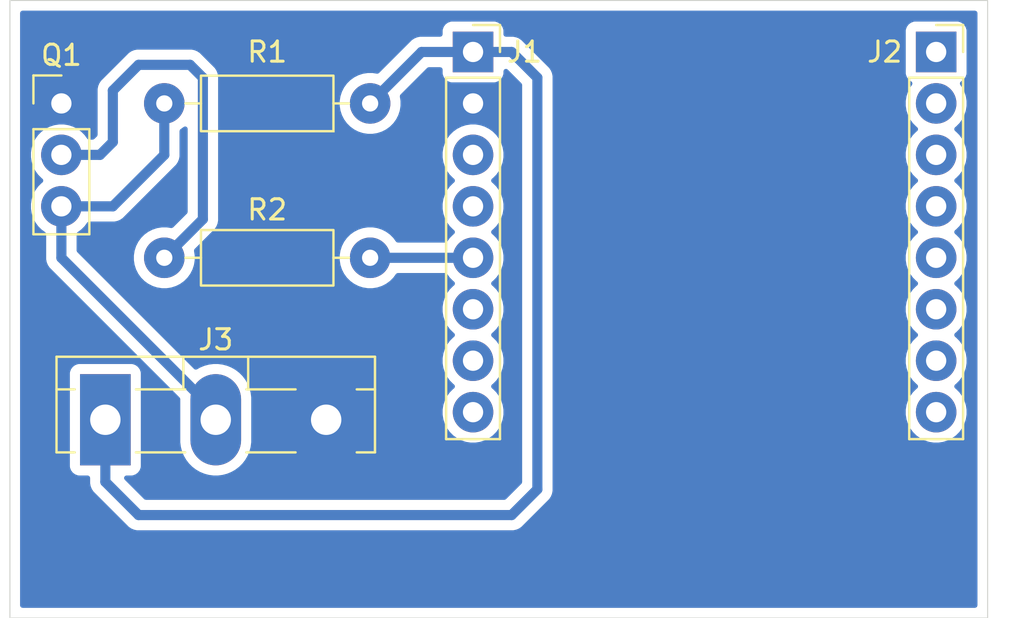
<source format=kicad_pcb>
(kicad_pcb (version 20241229) (generator "pcbnew") (generator_version "9.0")
  (layers (0 "F.Cu" signal) (2 "B.Cu" signal) (13 "F.Paste" user) (15 "B.Paste" user) (5 "F.SilkS" user "F.Silkscreen") (7 "B.SilkS" user "B.Silkscreen") (1 "F.Mask" user) (3 "B.Mask" user) (25 "Edge.Cuts" user))
  (net 0 "")
  (net 1 "GND")
  (net 3 "Net-(J1-Pin_5)")
  (net 4 "+5V")
  (net 17 "Net-(J3-Pin_2)")
  (net 18 "Net-(Q1-B)")
  (footprint "Resistor_THT:R_Axial_DIN0207_L6.3mm_D2.5mm_P10.16mm_Horizontal" (layer "F.Cu") (at 111.76 111.76)
    (property "Reference" "R2" (at 5.08 -2.37 0) (layer "F.SilkS"))
    (property "Value" "1 k")
    (fp_line (start 1.04 0) (end 1.81 0) (stroke (width 0.12)) (layer "F.SilkS"))
    (fp_line (start 9.12 0) (end 8.35 0) (stroke (width 0.12)) (layer "F.SilkS"))
    (fp_rect (start 1.81 -1.37) (end 8.35 1.37) (stroke (width 0.12)) (fill no) (layer "F.SilkS"))
    (pad "1" thru_hole circle (at 0 0) (size 2 2) (drill 0.8) (layers "*.Cu" "*.Mask") (net 18 "Net-(Q1-B)"))
    (pad "2" thru_hole circle (at 10.16 0) (size 2 2) (drill 0.8) (layers "*.Cu" "*.Mask") (net 3 "Net-(J1-Pin_5)"))
  )
  (footprint "Connector_PinSocket_2.54mm:PinSocket_1x08_P2.54mm_Vertical" (layer "F.Cu") (at 149.86 101.6)
    (property "Reference" "J2" (at -2.54 0 0) (layer "F.SilkS"))
    (property "Value" "1x8_Socket")
    (fp_line (start -1.33 1.27) (end -1.33 19.11) (stroke (width 0.12)) (layer "F.SilkS"))
    (fp_line (start -1.33 1.27) (end 1.33 1.27) (stroke (width 0.12)) (layer "F.SilkS"))
    (fp_line (start -1.33 19.11) (end 1.33 19.11) (stroke (width 0.12)) (layer "F.SilkS"))
    (fp_line (start 0 -1.33) (end 1.33 -1.33) (stroke (width 0.12)) (layer "F.SilkS"))
    (fp_line (start 1.33 -1.33) (end 1.33 0) (stroke (width 0.12)) (layer "F.SilkS"))
    (fp_line (start 1.33 1.27) (end 1.33 19.11) (stroke (width 0.12)) (layer "F.SilkS"))
    (pad "1" thru_hole rect (at 0 0) (size 2 2) (drill 1) (layers "*.Cu" "*.Mask"))
    (pad "2" thru_hole circle (at 0 2.54) (size 2 2) (drill 1) (layers "*.Cu" "*.Mask"))
    (pad "3" thru_hole circle (at 0 5.08) (size 2 2) (drill 1) (layers "*.Cu" "*.Mask"))
    (pad "4" thru_hole circle (at 0 7.62) (size 2 2) (drill 1) (layers "*.Cu" "*.Mask"))
    (pad "5" thru_hole circle (at 0 10.16) (size 2 2) (drill 1) (layers "*.Cu" "*.Mask"))
    (pad "6" thru_hole circle (at 0 12.7) (size 2 2) (drill 1) (layers "*.Cu" "*.Mask"))
    (pad "7" thru_hole circle (at 0 15.24) (size 2 2) (drill 1) (layers "*.Cu" "*.Mask"))
    (pad "8" thru_hole circle (at 0 17.78) (size 2 2) (drill 1) (layers "*.Cu" "*.Mask"))
  )
  (footprint "Resistor_THT:R_Axial_DIN0207_L6.3mm_D2.5mm_P10.16mm_Horizontal" (layer "F.Cu") (at 121.92 104.14 180)
    (property "Reference" "R1" (at 5.08 2.54 0) (layer "F.SilkS"))
    (property "Value" "10 k")
    (fp_line (start 9.12 0) (end 8.35 0) (stroke (width 0.12)) (layer "F.SilkS"))
    (fp_line (start 1.04 0) (end 1.81 0) (stroke (width 0.12)) (layer "F.SilkS"))
    (fp_rect (start 1.81 -1.37) (end 8.35 1.37) (stroke (width 0.12)) (fill no) (layer "F.SilkS"))
    (pad "1" thru_hole circle (at 0 0 180) (size 2 2) (drill 0.8) (layers "*.Cu" "*.Mask") (net 4 "+5V"))
    (pad "2" thru_hole circle (at 10.16 0 180) (size 2 2) (drill 0.8) (layers "*.Cu" "*.Mask") (net 17 "Net-(J3-Pin_2)"))
  )
  (footprint "Package_TO_SOT_THT:TO-3P-3_Vertical" (layer "F.Cu") (at 108.85 119.755)
    (property "Reference" "J3" (at 5.45 -3.95 0) (layer "F.SilkS"))
    (property "Value" "1x3_Hole")
    (fp_line (start -2.41 -3.11) (end 13.31 -3.11) (stroke (width 0.12)) (layer "F.SilkS"))
    (fp_line (start -2.41 -1.5) (end -1.51 -1.5) (stroke (width 0.12)) (layer "F.SilkS"))
    (fp_line (start -2.41 1.61) (end -2.41 -3.11) (stroke (width 0.12)) (layer "F.SilkS"))
    (fp_line (start -1.51 1.61) (end -2.41 1.61) (stroke (width 0.12)) (layer "F.SilkS"))
    (fp_line (start 1.51 -1.5) (end 3.94 -1.5) (stroke (width 0.12)) (layer "F.SilkS"))
    (fp_line (start 3.85 -3.11) (end 3.85 -1.5) (stroke (width 0.12)) (layer "F.SilkS"))
    (fp_line (start 3.94 1.61) (end 1.51 1.61) (stroke (width 0.12)) (layer "F.SilkS"))
    (fp_line (start 6.96 -1.5) (end 9.39 -1.5) (stroke (width 0.12)) (layer "F.SilkS"))
    (fp_line (start 7.05 -3.11) (end 7.05 -1.5) (stroke (width 0.12)) (layer "F.SilkS"))
    (fp_line (start 9.39 1.61) (end 6.96 1.61) (stroke (width 0.12)) (layer "F.SilkS"))
    (fp_line (start 12.41 -1.5) (end 13.31 -1.5) (stroke (width 0.12)) (layer "F.SilkS"))
    (fp_line (start 13.31 -3.11) (end 13.31 1.61) (stroke (width 0.12)) (layer "F.SilkS"))
    (fp_line (start 13.31 1.61) (end 12.41 1.61) (stroke (width 0.12)) (layer "F.SilkS"))
    (pad "1" thru_hole rect (at 0 0) (size 2.5 4.5) (drill 1.5) (layers "*.Cu" "*.Mask") (net 4 "+5V"))
    (pad "2" thru_hole oval (at 5.45 0) (size 2.5 4.5) (drill 1.5) (layers "*.Cu" "*.Mask") (net 17 "Net-(J3-Pin_2)"))
    (pad "3" thru_hole oval (at 10.9 0) (size 2.5 4.5) (drill 1.5) (layers "*.Cu" "*.Mask") (net 1 "GND"))
  )
  (footprint "Connector_PinHeader_2.54mm:PinHeader_1x03_P2.54mm_Vertical" (layer "F.Cu") (at 106.68 104.14)
    (property "Reference" "Q1" (at 0 -2.38 0) (layer "F.SilkS"))
    (property "Value" "2N3904")
    (fp_line (start -1.38 -1.38) (end 0 -1.38) (stroke (width 0.12)) (layer "F.SilkS"))
    (fp_line (start -1.38 0) (end -1.38 -1.38) (stroke (width 0.12)) (layer "F.SilkS"))
    (fp_line (start -1.38 1.27) (end -1.38 6.46) (stroke (width 0.12)) (layer "F.SilkS"))
    (fp_line (start -1.38 1.27) (end 1.38 1.27) (stroke (width 0.12)) (layer "F.SilkS"))
    (fp_line (start -1.38 6.46) (end 1.38 6.46) (stroke (width 0.12)) (layer "F.SilkS"))
    (fp_line (start 1.38 1.27) (end 1.38 6.46) (stroke (width 0.12)) (layer "F.SilkS"))
    (pad "1" thru_hole rect (at 0 0) (size 1.7 1.7) (drill 1) (layers "*.Cu" "*.Mask") (net 1 "GND"))
    (pad "2" thru_hole circle (at 0 2.54) (size 2 2) (drill 1) (layers "*.Cu" "*.Mask") (net 18 "Net-(Q1-B)"))
    (pad "3" thru_hole circle (at 0 5.08) (size 2 2) (drill 1) (layers "*.Cu" "*.Mask") (net 17 "Net-(J3-Pin_2)"))
  )
  (footprint "Connector_PinSocket_2.54mm:PinSocket_1x08_P2.54mm_Vertical" (layer "F.Cu") (at 127 101.6)
    (property "Reference" "J1" (at 2.54 0 0) (layer "F.SilkS"))
    (property "Value" "1x8_Socket")
    (fp_line (start -1.33 1.27) (end -1.33 19.11) (stroke (width 0.12)) (layer "F.SilkS"))
    (fp_line (start -1.33 1.27) (end 1.33 1.27) (stroke (width 0.12)) (layer "F.SilkS"))
    (fp_line (start -1.33 19.11) (end 1.33 19.11) (stroke (width 0.12)) (layer "F.SilkS"))
    (fp_line (start 0 -1.33) (end 1.33 -1.33) (stroke (width 0.12)) (layer "F.SilkS"))
    (fp_line (start 1.33 -1.33) (end 1.33 0) (stroke (width 0.12)) (layer "F.SilkS"))
    (fp_line (start 1.33 1.27) (end 1.33 19.11) (stroke (width 0.12)) (layer "F.SilkS"))
    (pad "1" thru_hole rect (at 0 0) (size 2 2) (drill 1) (layers "*.Cu" "*.Mask") (net 4 "+5V"))
    (pad "2" thru_hole circle (at 0 2.54) (size 1.7 1.7) (drill 1) (layers "*.Cu" "*.Mask") (net 1 "GND"))
    (pad "3" thru_hole circle (at 0 5.08) (size 2 2) (drill 1) (layers "*.Cu" "*.Mask"))
    (pad "4" thru_hole circle (at 0 7.62) (size 2 2) (drill 1) (layers "*.Cu" "*.Mask"))
    (pad "5" thru_hole circle (at 0 10.16) (size 2 2) (drill 1) (layers "*.Cu" "*.Mask") (net 3 "Net-(J1-Pin_5)"))
    (pad "6" thru_hole circle (at 0 12.7) (size 2 2) (drill 1) (layers "*.Cu" "*.Mask"))
    (pad "7" thru_hole circle (at 0 15.24) (size 2 2) (drill 1) (layers "*.Cu" "*.Mask"))
    (pad "8" thru_hole circle (at 0 17.78) (size 2 2) (drill 1) (layers "*.Cu" "*.Mask"))
  )
  (gr_rect (start 104.14 99.06) (end 152.4 129.54) (stroke (width 0.05)) (fill no) (layer "Edge.Cuts"))
  (segment (start 121.92 111.76) (end 127 111.76) (width 0.5) (layer "B.Cu") (net 3))
  (segment (start 130.175 102.87) (end 128.905 101.6) (width 0.5) (layer "B.Cu") (net 4))
  (segment (start 110.49 124.46) (end 128.905 124.46) (width 0.5) (layer "B.Cu") (net 4))
  (segment (start 128.905 124.46) (end 130.175 123.19) (width 0.5) (layer "B.Cu") (net 4))
  (segment (start 121.92 104.14) (end 124.46 101.6) (width 0.5) (layer "B.Cu") (net 4))
  (segment (start 130.175 123.19) (end 130.175 102.87) (width 0.5) (layer "B.Cu") (net 4))
  (segment (start 108.85 119.755) (end 108.85 122.82) (width 0.5) (layer "B.Cu") (net 4))
  (segment (start 128.905 101.6) (end 127 101.6) (width 0.5) (layer "B.Cu") (net 4))
  (segment (start 124.46 101.6) (end 127 101.6) (width 0.5) (layer "B.Cu") (net 4))
  (segment (start 108.85 122.82) (end 110.49 124.46) (width 0.5) (layer "B.Cu") (net 4))
  (segment (start 109.22 109.22) (end 111.76 106.68) (width 0.5) (layer "B.Cu") (net 17))
  (segment (start 114.3 119.755) (end 114.3 119.38) (width 0.5) (layer "B.Cu") (net 17))
  (segment (start 106.68 111.76) (end 106.68 109.22) (width 0.5) (layer "B.Cu") (net 17))
  (segment (start 111.76 106.68) (end 111.76 104.14) (width 0.5) (layer "B.Cu") (net 17))
  (segment (start 114.3 119.38) (end 106.68 111.76) (width 0.5) (layer "B.Cu") (net 17))
  (segment (start 106.68 109.22) (end 109.22 109.22) (width 0.5) (layer "B.Cu") (net 17))
  (segment (start 106.68 106.68) (end 108.585 106.68) (width 0.5) (layer "B.Cu") (net 18))
  (segment (start 108.585 106.68) (end 109.22 106.045) (width 0.5) (layer "B.Cu") (net 18))
  (segment (start 109.22 106.045) (end 109.22 103.505) (width 0.5) (layer "B.Cu") (net 18))
  (segment (start 113.665 109.855) (end 111.76 111.76) (width 0.5) (layer "B.Cu") (net 18))
  (segment (start 110.49 102.235) (end 113.03 102.235) (width 0.5) (layer "B.Cu") (net 18))
  (segment (start 113.665 102.87) (end 113.665 109.855) (width 0.5) (layer "B.Cu") (net 18))
  (segment (start 109.22 103.505) (end 110.49 102.235) (width 0.5) (layer "B.Cu") (net 18))
  (segment (start 113.03 102.235) (end 113.665 102.87) (width 0.5) (layer "B.Cu") (net 18))
  (zone (net 1) (net_name "GND") (layer "B.Cu") (connect_pads yes (clearance 0.5)) (min_thickness 0.25) (fill yes (thermal_gap 0.5) (thermal_bridge_width 0.5))
    (polygon (pts (xy 152.4 99.06) (xy 152.4 129.54) (xy 104.14 129.54) (xy 104.14 99.06)))
  )
)
</source>
